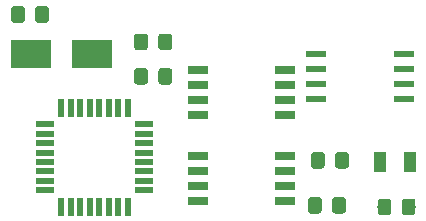
<source format=gtp>
G04 #@! TF.GenerationSoftware,KiCad,Pcbnew,(5.1.4)-1*
G04 #@! TF.CreationDate,2019-10-15T21:25:22-05:00*
G04 #@! TF.ProjectId,BACEE,42414345-452e-46b6-9963-61645f706362,1*
G04 #@! TF.SameCoordinates,Original*
G04 #@! TF.FileFunction,Paste,Top*
G04 #@! TF.FilePolarity,Positive*
%FSLAX46Y46*%
G04 Gerber Fmt 4.6, Leading zero omitted, Abs format (unit mm)*
G04 Created by KiCad (PCBNEW (5.1.4)-1) date 2019-10-15 21:25:22*
%MOMM*%
%LPD*%
G04 APERTURE LIST*
%ADD10C,0.100000*%
%ADD11C,1.150000*%
%ADD12R,1.700000X0.650000*%
%ADD13R,1.750000X0.550000*%
%ADD14R,0.550000X1.500000*%
%ADD15R,1.500000X0.550000*%
%ADD16R,1.000000X1.800000*%
%ADD17R,3.500000X2.400000*%
G04 APERTURE END LIST*
D10*
G36*
X89249505Y-81597204D02*
G01*
X89273773Y-81600804D01*
X89297572Y-81606765D01*
X89320671Y-81615030D01*
X89342850Y-81625520D01*
X89363893Y-81638132D01*
X89383599Y-81652747D01*
X89401777Y-81669223D01*
X89418253Y-81687401D01*
X89432868Y-81707107D01*
X89445480Y-81728150D01*
X89455970Y-81750329D01*
X89464235Y-81773428D01*
X89470196Y-81797227D01*
X89473796Y-81821495D01*
X89475000Y-81845999D01*
X89475000Y-82746001D01*
X89473796Y-82770505D01*
X89470196Y-82794773D01*
X89464235Y-82818572D01*
X89455970Y-82841671D01*
X89445480Y-82863850D01*
X89432868Y-82884893D01*
X89418253Y-82904599D01*
X89401777Y-82922777D01*
X89383599Y-82939253D01*
X89363893Y-82953868D01*
X89342850Y-82966480D01*
X89320671Y-82976970D01*
X89297572Y-82985235D01*
X89273773Y-82991196D01*
X89249505Y-82994796D01*
X89225001Y-82996000D01*
X88574999Y-82996000D01*
X88550495Y-82994796D01*
X88526227Y-82991196D01*
X88502428Y-82985235D01*
X88479329Y-82976970D01*
X88457150Y-82966480D01*
X88436107Y-82953868D01*
X88416401Y-82939253D01*
X88398223Y-82922777D01*
X88381747Y-82904599D01*
X88367132Y-82884893D01*
X88354520Y-82863850D01*
X88344030Y-82841671D01*
X88335765Y-82818572D01*
X88329804Y-82794773D01*
X88326204Y-82770505D01*
X88325000Y-82746001D01*
X88325000Y-81845999D01*
X88326204Y-81821495D01*
X88329804Y-81797227D01*
X88335765Y-81773428D01*
X88344030Y-81750329D01*
X88354520Y-81728150D01*
X88367132Y-81707107D01*
X88381747Y-81687401D01*
X88398223Y-81669223D01*
X88416401Y-81652747D01*
X88436107Y-81638132D01*
X88457150Y-81625520D01*
X88479329Y-81615030D01*
X88502428Y-81606765D01*
X88526227Y-81600804D01*
X88550495Y-81597204D01*
X88574999Y-81596000D01*
X89225001Y-81596000D01*
X89249505Y-81597204D01*
X89249505Y-81597204D01*
G37*
D11*
X88900000Y-82296000D03*
D10*
G36*
X91299505Y-81597204D02*
G01*
X91323773Y-81600804D01*
X91347572Y-81606765D01*
X91370671Y-81615030D01*
X91392850Y-81625520D01*
X91413893Y-81638132D01*
X91433599Y-81652747D01*
X91451777Y-81669223D01*
X91468253Y-81687401D01*
X91482868Y-81707107D01*
X91495480Y-81728150D01*
X91505970Y-81750329D01*
X91514235Y-81773428D01*
X91520196Y-81797227D01*
X91523796Y-81821495D01*
X91525000Y-81845999D01*
X91525000Y-82746001D01*
X91523796Y-82770505D01*
X91520196Y-82794773D01*
X91514235Y-82818572D01*
X91505970Y-82841671D01*
X91495480Y-82863850D01*
X91482868Y-82884893D01*
X91468253Y-82904599D01*
X91451777Y-82922777D01*
X91433599Y-82939253D01*
X91413893Y-82953868D01*
X91392850Y-82966480D01*
X91370671Y-82976970D01*
X91347572Y-82985235D01*
X91323773Y-82991196D01*
X91299505Y-82994796D01*
X91275001Y-82996000D01*
X90624999Y-82996000D01*
X90600495Y-82994796D01*
X90576227Y-82991196D01*
X90552428Y-82985235D01*
X90529329Y-82976970D01*
X90507150Y-82966480D01*
X90486107Y-82953868D01*
X90466401Y-82939253D01*
X90448223Y-82922777D01*
X90431747Y-82904599D01*
X90417132Y-82884893D01*
X90404520Y-82863850D01*
X90394030Y-82841671D01*
X90385765Y-82818572D01*
X90379804Y-82794773D01*
X90376204Y-82770505D01*
X90375000Y-82746001D01*
X90375000Y-81845999D01*
X90376204Y-81821495D01*
X90379804Y-81797227D01*
X90385765Y-81773428D01*
X90394030Y-81750329D01*
X90404520Y-81728150D01*
X90417132Y-81707107D01*
X90431747Y-81687401D01*
X90448223Y-81669223D01*
X90466401Y-81652747D01*
X90486107Y-81638132D01*
X90507150Y-81625520D01*
X90529329Y-81615030D01*
X90552428Y-81606765D01*
X90576227Y-81600804D01*
X90600495Y-81597204D01*
X90624999Y-81596000D01*
X91275001Y-81596000D01*
X91299505Y-81597204D01*
X91299505Y-81597204D01*
G37*
D11*
X90950000Y-82296000D03*
D10*
G36*
X91299505Y-78676204D02*
G01*
X91323773Y-78679804D01*
X91347572Y-78685765D01*
X91370671Y-78694030D01*
X91392850Y-78704520D01*
X91413893Y-78717132D01*
X91433599Y-78731747D01*
X91451777Y-78748223D01*
X91468253Y-78766401D01*
X91482868Y-78786107D01*
X91495480Y-78807150D01*
X91505970Y-78829329D01*
X91514235Y-78852428D01*
X91520196Y-78876227D01*
X91523796Y-78900495D01*
X91525000Y-78924999D01*
X91525000Y-79825001D01*
X91523796Y-79849505D01*
X91520196Y-79873773D01*
X91514235Y-79897572D01*
X91505970Y-79920671D01*
X91495480Y-79942850D01*
X91482868Y-79963893D01*
X91468253Y-79983599D01*
X91451777Y-80001777D01*
X91433599Y-80018253D01*
X91413893Y-80032868D01*
X91392850Y-80045480D01*
X91370671Y-80055970D01*
X91347572Y-80064235D01*
X91323773Y-80070196D01*
X91299505Y-80073796D01*
X91275001Y-80075000D01*
X90624999Y-80075000D01*
X90600495Y-80073796D01*
X90576227Y-80070196D01*
X90552428Y-80064235D01*
X90529329Y-80055970D01*
X90507150Y-80045480D01*
X90486107Y-80032868D01*
X90466401Y-80018253D01*
X90448223Y-80001777D01*
X90431747Y-79983599D01*
X90417132Y-79963893D01*
X90404520Y-79942850D01*
X90394030Y-79920671D01*
X90385765Y-79897572D01*
X90379804Y-79873773D01*
X90376204Y-79849505D01*
X90375000Y-79825001D01*
X90375000Y-78924999D01*
X90376204Y-78900495D01*
X90379804Y-78876227D01*
X90385765Y-78852428D01*
X90394030Y-78829329D01*
X90404520Y-78807150D01*
X90417132Y-78786107D01*
X90431747Y-78766401D01*
X90448223Y-78748223D01*
X90466401Y-78731747D01*
X90486107Y-78717132D01*
X90507150Y-78704520D01*
X90529329Y-78694030D01*
X90552428Y-78685765D01*
X90576227Y-78679804D01*
X90600495Y-78676204D01*
X90624999Y-78675000D01*
X91275001Y-78675000D01*
X91299505Y-78676204D01*
X91299505Y-78676204D01*
G37*
D11*
X90950000Y-79375000D03*
D10*
G36*
X89249505Y-78676204D02*
G01*
X89273773Y-78679804D01*
X89297572Y-78685765D01*
X89320671Y-78694030D01*
X89342850Y-78704520D01*
X89363893Y-78717132D01*
X89383599Y-78731747D01*
X89401777Y-78748223D01*
X89418253Y-78766401D01*
X89432868Y-78786107D01*
X89445480Y-78807150D01*
X89455970Y-78829329D01*
X89464235Y-78852428D01*
X89470196Y-78876227D01*
X89473796Y-78900495D01*
X89475000Y-78924999D01*
X89475000Y-79825001D01*
X89473796Y-79849505D01*
X89470196Y-79873773D01*
X89464235Y-79897572D01*
X89455970Y-79920671D01*
X89445480Y-79942850D01*
X89432868Y-79963893D01*
X89418253Y-79983599D01*
X89401777Y-80001777D01*
X89383599Y-80018253D01*
X89363893Y-80032868D01*
X89342850Y-80045480D01*
X89320671Y-80055970D01*
X89297572Y-80064235D01*
X89273773Y-80070196D01*
X89249505Y-80073796D01*
X89225001Y-80075000D01*
X88574999Y-80075000D01*
X88550495Y-80073796D01*
X88526227Y-80070196D01*
X88502428Y-80064235D01*
X88479329Y-80055970D01*
X88457150Y-80045480D01*
X88436107Y-80032868D01*
X88416401Y-80018253D01*
X88398223Y-80001777D01*
X88381747Y-79983599D01*
X88367132Y-79963893D01*
X88354520Y-79942850D01*
X88344030Y-79920671D01*
X88335765Y-79897572D01*
X88329804Y-79873773D01*
X88326204Y-79849505D01*
X88325000Y-79825001D01*
X88325000Y-78924999D01*
X88326204Y-78900495D01*
X88329804Y-78876227D01*
X88335765Y-78852428D01*
X88344030Y-78829329D01*
X88354520Y-78807150D01*
X88367132Y-78786107D01*
X88381747Y-78766401D01*
X88398223Y-78748223D01*
X88416401Y-78731747D01*
X88436107Y-78717132D01*
X88457150Y-78704520D01*
X88479329Y-78694030D01*
X88502428Y-78685765D01*
X88526227Y-78679804D01*
X88550495Y-78676204D01*
X88574999Y-78675000D01*
X89225001Y-78675000D01*
X89249505Y-78676204D01*
X89249505Y-78676204D01*
G37*
D11*
X88900000Y-79375000D03*
D10*
G36*
X106267505Y-88709204D02*
G01*
X106291773Y-88712804D01*
X106315572Y-88718765D01*
X106338671Y-88727030D01*
X106360850Y-88737520D01*
X106381893Y-88750132D01*
X106401599Y-88764747D01*
X106419777Y-88781223D01*
X106436253Y-88799401D01*
X106450868Y-88819107D01*
X106463480Y-88840150D01*
X106473970Y-88862329D01*
X106482235Y-88885428D01*
X106488196Y-88909227D01*
X106491796Y-88933495D01*
X106493000Y-88957999D01*
X106493000Y-89858001D01*
X106491796Y-89882505D01*
X106488196Y-89906773D01*
X106482235Y-89930572D01*
X106473970Y-89953671D01*
X106463480Y-89975850D01*
X106450868Y-89996893D01*
X106436253Y-90016599D01*
X106419777Y-90034777D01*
X106401599Y-90051253D01*
X106381893Y-90065868D01*
X106360850Y-90078480D01*
X106338671Y-90088970D01*
X106315572Y-90097235D01*
X106291773Y-90103196D01*
X106267505Y-90106796D01*
X106243001Y-90108000D01*
X105592999Y-90108000D01*
X105568495Y-90106796D01*
X105544227Y-90103196D01*
X105520428Y-90097235D01*
X105497329Y-90088970D01*
X105475150Y-90078480D01*
X105454107Y-90065868D01*
X105434401Y-90051253D01*
X105416223Y-90034777D01*
X105399747Y-90016599D01*
X105385132Y-89996893D01*
X105372520Y-89975850D01*
X105362030Y-89953671D01*
X105353765Y-89930572D01*
X105347804Y-89906773D01*
X105344204Y-89882505D01*
X105343000Y-89858001D01*
X105343000Y-88957999D01*
X105344204Y-88933495D01*
X105347804Y-88909227D01*
X105353765Y-88885428D01*
X105362030Y-88862329D01*
X105372520Y-88840150D01*
X105385132Y-88819107D01*
X105399747Y-88799401D01*
X105416223Y-88781223D01*
X105434401Y-88764747D01*
X105454107Y-88750132D01*
X105475150Y-88737520D01*
X105497329Y-88727030D01*
X105520428Y-88718765D01*
X105544227Y-88712804D01*
X105568495Y-88709204D01*
X105592999Y-88708000D01*
X106243001Y-88708000D01*
X106267505Y-88709204D01*
X106267505Y-88709204D01*
G37*
D11*
X105918000Y-89408000D03*
D10*
G36*
X104217505Y-88709204D02*
G01*
X104241773Y-88712804D01*
X104265572Y-88718765D01*
X104288671Y-88727030D01*
X104310850Y-88737520D01*
X104331893Y-88750132D01*
X104351599Y-88764747D01*
X104369777Y-88781223D01*
X104386253Y-88799401D01*
X104400868Y-88819107D01*
X104413480Y-88840150D01*
X104423970Y-88862329D01*
X104432235Y-88885428D01*
X104438196Y-88909227D01*
X104441796Y-88933495D01*
X104443000Y-88957999D01*
X104443000Y-89858001D01*
X104441796Y-89882505D01*
X104438196Y-89906773D01*
X104432235Y-89930572D01*
X104423970Y-89953671D01*
X104413480Y-89975850D01*
X104400868Y-89996893D01*
X104386253Y-90016599D01*
X104369777Y-90034777D01*
X104351599Y-90051253D01*
X104331893Y-90065868D01*
X104310850Y-90078480D01*
X104288671Y-90088970D01*
X104265572Y-90097235D01*
X104241773Y-90103196D01*
X104217505Y-90106796D01*
X104193001Y-90108000D01*
X103542999Y-90108000D01*
X103518495Y-90106796D01*
X103494227Y-90103196D01*
X103470428Y-90097235D01*
X103447329Y-90088970D01*
X103425150Y-90078480D01*
X103404107Y-90065868D01*
X103384401Y-90051253D01*
X103366223Y-90034777D01*
X103349747Y-90016599D01*
X103335132Y-89996893D01*
X103322520Y-89975850D01*
X103312030Y-89953671D01*
X103303765Y-89930572D01*
X103297804Y-89906773D01*
X103294204Y-89882505D01*
X103293000Y-89858001D01*
X103293000Y-88957999D01*
X103294204Y-88933495D01*
X103297804Y-88909227D01*
X103303765Y-88885428D01*
X103312030Y-88862329D01*
X103322520Y-88840150D01*
X103335132Y-88819107D01*
X103349747Y-88799401D01*
X103366223Y-88781223D01*
X103384401Y-88764747D01*
X103404107Y-88750132D01*
X103425150Y-88737520D01*
X103447329Y-88727030D01*
X103470428Y-88718765D01*
X103494227Y-88712804D01*
X103518495Y-88709204D01*
X103542999Y-88708000D01*
X104193001Y-88708000D01*
X104217505Y-88709204D01*
X104217505Y-88709204D01*
G37*
D11*
X103868000Y-89408000D03*
D10*
G36*
X109857505Y-92646204D02*
G01*
X109881773Y-92649804D01*
X109905572Y-92655765D01*
X109928671Y-92664030D01*
X109950850Y-92674520D01*
X109971893Y-92687132D01*
X109991599Y-92701747D01*
X110009777Y-92718223D01*
X110026253Y-92736401D01*
X110040868Y-92756107D01*
X110053480Y-92777150D01*
X110063970Y-92799329D01*
X110072235Y-92822428D01*
X110078196Y-92846227D01*
X110081796Y-92870495D01*
X110083000Y-92894999D01*
X110083000Y-93795001D01*
X110081796Y-93819505D01*
X110078196Y-93843773D01*
X110072235Y-93867572D01*
X110063970Y-93890671D01*
X110053480Y-93912850D01*
X110040868Y-93933893D01*
X110026253Y-93953599D01*
X110009777Y-93971777D01*
X109991599Y-93988253D01*
X109971893Y-94002868D01*
X109950850Y-94015480D01*
X109928671Y-94025970D01*
X109905572Y-94034235D01*
X109881773Y-94040196D01*
X109857505Y-94043796D01*
X109833001Y-94045000D01*
X109182999Y-94045000D01*
X109158495Y-94043796D01*
X109134227Y-94040196D01*
X109110428Y-94034235D01*
X109087329Y-94025970D01*
X109065150Y-94015480D01*
X109044107Y-94002868D01*
X109024401Y-93988253D01*
X109006223Y-93971777D01*
X108989747Y-93953599D01*
X108975132Y-93933893D01*
X108962520Y-93912850D01*
X108952030Y-93890671D01*
X108943765Y-93867572D01*
X108937804Y-93843773D01*
X108934204Y-93819505D01*
X108933000Y-93795001D01*
X108933000Y-92894999D01*
X108934204Y-92870495D01*
X108937804Y-92846227D01*
X108943765Y-92822428D01*
X108952030Y-92799329D01*
X108962520Y-92777150D01*
X108975132Y-92756107D01*
X108989747Y-92736401D01*
X109006223Y-92718223D01*
X109024401Y-92701747D01*
X109044107Y-92687132D01*
X109065150Y-92674520D01*
X109087329Y-92664030D01*
X109110428Y-92655765D01*
X109134227Y-92649804D01*
X109158495Y-92646204D01*
X109182999Y-92645000D01*
X109833001Y-92645000D01*
X109857505Y-92646204D01*
X109857505Y-92646204D01*
G37*
D11*
X109508000Y-93345000D03*
D10*
G36*
X111907505Y-92646204D02*
G01*
X111931773Y-92649804D01*
X111955572Y-92655765D01*
X111978671Y-92664030D01*
X112000850Y-92674520D01*
X112021893Y-92687132D01*
X112041599Y-92701747D01*
X112059777Y-92718223D01*
X112076253Y-92736401D01*
X112090868Y-92756107D01*
X112103480Y-92777150D01*
X112113970Y-92799329D01*
X112122235Y-92822428D01*
X112128196Y-92846227D01*
X112131796Y-92870495D01*
X112133000Y-92894999D01*
X112133000Y-93795001D01*
X112131796Y-93819505D01*
X112128196Y-93843773D01*
X112122235Y-93867572D01*
X112113970Y-93890671D01*
X112103480Y-93912850D01*
X112090868Y-93933893D01*
X112076253Y-93953599D01*
X112059777Y-93971777D01*
X112041599Y-93988253D01*
X112021893Y-94002868D01*
X112000850Y-94015480D01*
X111978671Y-94025970D01*
X111955572Y-94034235D01*
X111931773Y-94040196D01*
X111907505Y-94043796D01*
X111883001Y-94045000D01*
X111232999Y-94045000D01*
X111208495Y-94043796D01*
X111184227Y-94040196D01*
X111160428Y-94034235D01*
X111137329Y-94025970D01*
X111115150Y-94015480D01*
X111094107Y-94002868D01*
X111074401Y-93988253D01*
X111056223Y-93971777D01*
X111039747Y-93953599D01*
X111025132Y-93933893D01*
X111012520Y-93912850D01*
X111002030Y-93890671D01*
X110993765Y-93867572D01*
X110987804Y-93843773D01*
X110984204Y-93819505D01*
X110983000Y-93795001D01*
X110983000Y-92894999D01*
X110984204Y-92870495D01*
X110987804Y-92846227D01*
X110993765Y-92822428D01*
X111002030Y-92799329D01*
X111012520Y-92777150D01*
X111025132Y-92756107D01*
X111039747Y-92736401D01*
X111056223Y-92718223D01*
X111074401Y-92701747D01*
X111094107Y-92687132D01*
X111115150Y-92674520D01*
X111137329Y-92664030D01*
X111160428Y-92655765D01*
X111184227Y-92649804D01*
X111208495Y-92646204D01*
X111232999Y-92645000D01*
X111883001Y-92645000D01*
X111907505Y-92646204D01*
X111907505Y-92646204D01*
G37*
D11*
X111558000Y-93345000D03*
D10*
G36*
X106013505Y-92519204D02*
G01*
X106037773Y-92522804D01*
X106061572Y-92528765D01*
X106084671Y-92537030D01*
X106106850Y-92547520D01*
X106127893Y-92560132D01*
X106147599Y-92574747D01*
X106165777Y-92591223D01*
X106182253Y-92609401D01*
X106196868Y-92629107D01*
X106209480Y-92650150D01*
X106219970Y-92672329D01*
X106228235Y-92695428D01*
X106234196Y-92719227D01*
X106237796Y-92743495D01*
X106239000Y-92767999D01*
X106239000Y-93668001D01*
X106237796Y-93692505D01*
X106234196Y-93716773D01*
X106228235Y-93740572D01*
X106219970Y-93763671D01*
X106209480Y-93785850D01*
X106196868Y-93806893D01*
X106182253Y-93826599D01*
X106165777Y-93844777D01*
X106147599Y-93861253D01*
X106127893Y-93875868D01*
X106106850Y-93888480D01*
X106084671Y-93898970D01*
X106061572Y-93907235D01*
X106037773Y-93913196D01*
X106013505Y-93916796D01*
X105989001Y-93918000D01*
X105338999Y-93918000D01*
X105314495Y-93916796D01*
X105290227Y-93913196D01*
X105266428Y-93907235D01*
X105243329Y-93898970D01*
X105221150Y-93888480D01*
X105200107Y-93875868D01*
X105180401Y-93861253D01*
X105162223Y-93844777D01*
X105145747Y-93826599D01*
X105131132Y-93806893D01*
X105118520Y-93785850D01*
X105108030Y-93763671D01*
X105099765Y-93740572D01*
X105093804Y-93716773D01*
X105090204Y-93692505D01*
X105089000Y-93668001D01*
X105089000Y-92767999D01*
X105090204Y-92743495D01*
X105093804Y-92719227D01*
X105099765Y-92695428D01*
X105108030Y-92672329D01*
X105118520Y-92650150D01*
X105131132Y-92629107D01*
X105145747Y-92609401D01*
X105162223Y-92591223D01*
X105180401Y-92574747D01*
X105200107Y-92560132D01*
X105221150Y-92547520D01*
X105243329Y-92537030D01*
X105266428Y-92528765D01*
X105290227Y-92522804D01*
X105314495Y-92519204D01*
X105338999Y-92518000D01*
X105989001Y-92518000D01*
X106013505Y-92519204D01*
X106013505Y-92519204D01*
G37*
D11*
X105664000Y-93218000D03*
D10*
G36*
X103963505Y-92519204D02*
G01*
X103987773Y-92522804D01*
X104011572Y-92528765D01*
X104034671Y-92537030D01*
X104056850Y-92547520D01*
X104077893Y-92560132D01*
X104097599Y-92574747D01*
X104115777Y-92591223D01*
X104132253Y-92609401D01*
X104146868Y-92629107D01*
X104159480Y-92650150D01*
X104169970Y-92672329D01*
X104178235Y-92695428D01*
X104184196Y-92719227D01*
X104187796Y-92743495D01*
X104189000Y-92767999D01*
X104189000Y-93668001D01*
X104187796Y-93692505D01*
X104184196Y-93716773D01*
X104178235Y-93740572D01*
X104169970Y-93763671D01*
X104159480Y-93785850D01*
X104146868Y-93806893D01*
X104132253Y-93826599D01*
X104115777Y-93844777D01*
X104097599Y-93861253D01*
X104077893Y-93875868D01*
X104056850Y-93888480D01*
X104034671Y-93898970D01*
X104011572Y-93907235D01*
X103987773Y-93913196D01*
X103963505Y-93916796D01*
X103939001Y-93918000D01*
X103288999Y-93918000D01*
X103264495Y-93916796D01*
X103240227Y-93913196D01*
X103216428Y-93907235D01*
X103193329Y-93898970D01*
X103171150Y-93888480D01*
X103150107Y-93875868D01*
X103130401Y-93861253D01*
X103112223Y-93844777D01*
X103095747Y-93826599D01*
X103081132Y-93806893D01*
X103068520Y-93785850D01*
X103058030Y-93763671D01*
X103049765Y-93740572D01*
X103043804Y-93716773D01*
X103040204Y-93692505D01*
X103039000Y-93668001D01*
X103039000Y-92767999D01*
X103040204Y-92743495D01*
X103043804Y-92719227D01*
X103049765Y-92695428D01*
X103058030Y-92672329D01*
X103068520Y-92650150D01*
X103081132Y-92629107D01*
X103095747Y-92609401D01*
X103112223Y-92591223D01*
X103130401Y-92574747D01*
X103150107Y-92560132D01*
X103171150Y-92547520D01*
X103193329Y-92537030D01*
X103216428Y-92528765D01*
X103240227Y-92522804D01*
X103264495Y-92519204D01*
X103288999Y-92518000D01*
X103939001Y-92518000D01*
X103963505Y-92519204D01*
X103963505Y-92519204D01*
G37*
D11*
X103614000Y-93218000D03*
D10*
G36*
X80876505Y-76351204D02*
G01*
X80900773Y-76354804D01*
X80924572Y-76360765D01*
X80947671Y-76369030D01*
X80969850Y-76379520D01*
X80990893Y-76392132D01*
X81010599Y-76406747D01*
X81028777Y-76423223D01*
X81045253Y-76441401D01*
X81059868Y-76461107D01*
X81072480Y-76482150D01*
X81082970Y-76504329D01*
X81091235Y-76527428D01*
X81097196Y-76551227D01*
X81100796Y-76575495D01*
X81102000Y-76599999D01*
X81102000Y-77500001D01*
X81100796Y-77524505D01*
X81097196Y-77548773D01*
X81091235Y-77572572D01*
X81082970Y-77595671D01*
X81072480Y-77617850D01*
X81059868Y-77638893D01*
X81045253Y-77658599D01*
X81028777Y-77676777D01*
X81010599Y-77693253D01*
X80990893Y-77707868D01*
X80969850Y-77720480D01*
X80947671Y-77730970D01*
X80924572Y-77739235D01*
X80900773Y-77745196D01*
X80876505Y-77748796D01*
X80852001Y-77750000D01*
X80201999Y-77750000D01*
X80177495Y-77748796D01*
X80153227Y-77745196D01*
X80129428Y-77739235D01*
X80106329Y-77730970D01*
X80084150Y-77720480D01*
X80063107Y-77707868D01*
X80043401Y-77693253D01*
X80025223Y-77676777D01*
X80008747Y-77658599D01*
X79994132Y-77638893D01*
X79981520Y-77617850D01*
X79971030Y-77595671D01*
X79962765Y-77572572D01*
X79956804Y-77548773D01*
X79953204Y-77524505D01*
X79952000Y-77500001D01*
X79952000Y-76599999D01*
X79953204Y-76575495D01*
X79956804Y-76551227D01*
X79962765Y-76527428D01*
X79971030Y-76504329D01*
X79981520Y-76482150D01*
X79994132Y-76461107D01*
X80008747Y-76441401D01*
X80025223Y-76423223D01*
X80043401Y-76406747D01*
X80063107Y-76392132D01*
X80084150Y-76379520D01*
X80106329Y-76369030D01*
X80129428Y-76360765D01*
X80153227Y-76354804D01*
X80177495Y-76351204D01*
X80201999Y-76350000D01*
X80852001Y-76350000D01*
X80876505Y-76351204D01*
X80876505Y-76351204D01*
G37*
D11*
X80527000Y-77050000D03*
D10*
G36*
X78826505Y-76351204D02*
G01*
X78850773Y-76354804D01*
X78874572Y-76360765D01*
X78897671Y-76369030D01*
X78919850Y-76379520D01*
X78940893Y-76392132D01*
X78960599Y-76406747D01*
X78978777Y-76423223D01*
X78995253Y-76441401D01*
X79009868Y-76461107D01*
X79022480Y-76482150D01*
X79032970Y-76504329D01*
X79041235Y-76527428D01*
X79047196Y-76551227D01*
X79050796Y-76575495D01*
X79052000Y-76599999D01*
X79052000Y-77500001D01*
X79050796Y-77524505D01*
X79047196Y-77548773D01*
X79041235Y-77572572D01*
X79032970Y-77595671D01*
X79022480Y-77617850D01*
X79009868Y-77638893D01*
X78995253Y-77658599D01*
X78978777Y-77676777D01*
X78960599Y-77693253D01*
X78940893Y-77707868D01*
X78919850Y-77720480D01*
X78897671Y-77730970D01*
X78874572Y-77739235D01*
X78850773Y-77745196D01*
X78826505Y-77748796D01*
X78802001Y-77750000D01*
X78151999Y-77750000D01*
X78127495Y-77748796D01*
X78103227Y-77745196D01*
X78079428Y-77739235D01*
X78056329Y-77730970D01*
X78034150Y-77720480D01*
X78013107Y-77707868D01*
X77993401Y-77693253D01*
X77975223Y-77676777D01*
X77958747Y-77658599D01*
X77944132Y-77638893D01*
X77931520Y-77617850D01*
X77921030Y-77595671D01*
X77912765Y-77572572D01*
X77906804Y-77548773D01*
X77903204Y-77524505D01*
X77902000Y-77500001D01*
X77902000Y-76599999D01*
X77903204Y-76575495D01*
X77906804Y-76551227D01*
X77912765Y-76527428D01*
X77921030Y-76504329D01*
X77931520Y-76482150D01*
X77944132Y-76461107D01*
X77958747Y-76441401D01*
X77975223Y-76423223D01*
X77993401Y-76406747D01*
X78013107Y-76392132D01*
X78034150Y-76379520D01*
X78056329Y-76369030D01*
X78079428Y-76360765D01*
X78103227Y-76354804D01*
X78127495Y-76351204D01*
X78151999Y-76350000D01*
X78802001Y-76350000D01*
X78826505Y-76351204D01*
X78826505Y-76351204D01*
G37*
D11*
X78477000Y-77050000D03*
D12*
X93759000Y-89027000D03*
X93759000Y-90297000D03*
X93759000Y-91567000D03*
X93759000Y-92837000D03*
X101059000Y-92837000D03*
X101059000Y-91567000D03*
X101059000Y-90297000D03*
X101059000Y-89027000D03*
X101059000Y-81788000D03*
X101059000Y-83058000D03*
X101059000Y-84328000D03*
X101059000Y-85598000D03*
X93759000Y-85598000D03*
X93759000Y-84328000D03*
X93759000Y-83058000D03*
X93759000Y-81788000D03*
D13*
X103742000Y-80391000D03*
X103742000Y-81661000D03*
X103742000Y-82931000D03*
X103742000Y-84201000D03*
X111142000Y-84201000D03*
X111142000Y-82931000D03*
X111142000Y-81661000D03*
X111142000Y-80391000D03*
D14*
X82163000Y-93354000D03*
D15*
X80763000Y-86354000D03*
X80763000Y-87154000D03*
X80763000Y-87954000D03*
X80763000Y-88754000D03*
X80763000Y-89554000D03*
X80763000Y-90354000D03*
X80763000Y-91154000D03*
X80763000Y-91954000D03*
D14*
X82963000Y-93354000D03*
X83763000Y-93354000D03*
X84563000Y-93354000D03*
X85363000Y-93354000D03*
X86163000Y-93354000D03*
X86963000Y-93354000D03*
X87763000Y-93354000D03*
D15*
X89163000Y-91954000D03*
X89163000Y-91154000D03*
X89163000Y-90354000D03*
X89163000Y-89554000D03*
X89163000Y-88754000D03*
X89163000Y-87954000D03*
X89163000Y-87154000D03*
X89163000Y-86354000D03*
D14*
X87763000Y-84954000D03*
X86963000Y-84954000D03*
X86163000Y-84954000D03*
X85363000Y-84954000D03*
X84563000Y-84954000D03*
X83763000Y-84954000D03*
X82963000Y-84954000D03*
X82163000Y-84954000D03*
D16*
X109133000Y-89535000D03*
X111633000Y-89535000D03*
D17*
X79569000Y-80391000D03*
X84769000Y-80391000D03*
M02*

</source>
